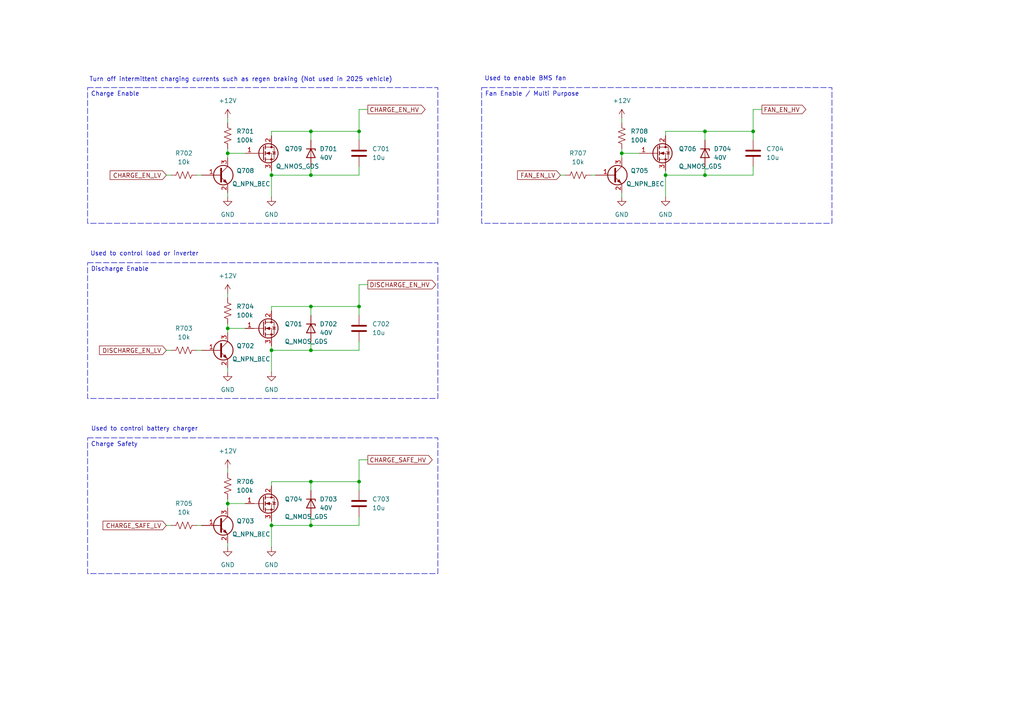
<source format=kicad_sch>
(kicad_sch (version 20231120) (generator "eeschema") (generator_version "8.0")
  (paper "A4")
  (title_block (date "2025-01-10") (rev "A") (company "FSAE LSU") (comment 1 "Jacob Parent ") (comment 2 "parent.jacob7@protonmail.com"))
  (lib_symbols
    (symbol "Device:C" (pin_numbers hide) (pin_names (offset 0.254))
      (property "Reference" "C" (at 0.635 2.54 0))
      (property "Value" "C" (at 0.635 -2.54 0))
      (symbol "C_0_1"
        (polyline (pts (xy -2.032 -0.762) (xy 2.032 -0.762)) (stroke (width 0.508)))
        (polyline (pts (xy -2.032 0.762) (xy 2.032 0.762)) (stroke (width 0.508)))
      )
      (symbol "C_1_1"
        (pin passive line (at 0 3.81 270) (length 2.794) (name "~") (number "1"))
        (pin passive line (at 0 -3.81 90) (length 2.794) (name "~") (number "2"))
      )
    )
    (symbol "Device:D_Zener" (pin_numbers hide) (pin_names (offset 1.016) hide)
      (property "Reference" "D" (at 0 2.54 0))
      (property "Value" "D_Zener" (at 0 -2.54 0))
      (symbol "D_Zener_0_1"
        (polyline (pts (xy 1.27 0) (xy -1.27 0)))
        (polyline (pts (xy -1.27 -1.27) (xy -1.27 1.27) (xy -0.762 1.27)) (stroke (width 0.254)))
        (polyline (pts (xy 1.27 -1.27) (xy 1.27 1.27) (xy -1.27 0) (xy 1.27 -1.27)) (stroke (width 0.254)))
      )
      (symbol "D_Zener_1_1"
        (pin passive line (at -3.81 0 0) (length 2.54) (name "K") (number "1"))
        (pin passive line (at 3.81 0 180) (length 2.54) (name "A") (number "2"))
      )
    )
    (symbol "Device:Q_NMOS_GDS" (pin_names (offset 0) hide)
      (property "Reference" "Q" (at 5.08 1.27 0))
      (property "Value" "Q_NMOS_GDS" (at 5.08 -1.27 0))
      (symbol "Q_NMOS_GDS_0_1"
        (polyline (pts (xy 0.254 0) (xy -2.54 0)))
        (polyline (pts (xy 0.254 1.905) (xy 0.254 -1.905)) (stroke (width 0.254)))
        (polyline (pts (xy 0.762 -1.27) (xy 0.762 -2.286)) (stroke (width 0.254)))
        (polyline (pts (xy 0.762 0.508) (xy 0.762 -0.508)) (stroke (width 0.254)))
        (polyline (pts (xy 0.762 2.286) (xy 0.762 1.27)) (stroke (width 0.254)))
        (polyline (pts (xy 2.54 2.54) (xy 2.54 1.778)))
        (polyline (pts (xy 2.54 -2.54) (xy 2.54 0) (xy 0.762 0)))
        (polyline (pts (xy 0.762 -1.778) (xy 3.302 -1.778) (xy 3.302 1.778) (xy 0.762 1.778)))
        (polyline (pts (xy 1.016 0) (xy 2.032 0.381) (xy 2.032 -0.381) (xy 1.016 0)) (fill (type outline)))
        (polyline (pts (xy 2.794 0.508) (xy 2.921 0.381) (xy 3.683 0.381) (xy 3.81 0.254)))
        (polyline (pts (xy 3.302 0.381) (xy 2.921 -0.254) (xy 3.683 -0.254) (xy 3.302 0.381)))
        (circle (center 1.651 0) (radius 2.794) (stroke (width 0.254)))
        (circle (center 2.54 -1.778) (radius 0.254) (fill (type outline)))
        (circle (center 2.54 1.778) (radius 0.254) (fill (type outline)))
      )
      (symbol "Q_NMOS_GDS_1_1"
        (pin input line (at -5.08 0 0) (length 2.54) (name "G") (number "1"))
        (pin passive line (at 2.54 5.08 270) (length 2.54) (name "D") (number "2"))
        (pin passive line (at 2.54 -5.08 90) (length 2.54) (name "S") (number "3"))
      )
    )
    (symbol "Device:Q_NPN_BEC" (pin_names (offset 0) hide)
      (property "Reference" "Q" (at 5.08 1.27 0))
      (property "Value" "Q_NPN_BEC" (at 5.08 -1.27 0))
      (symbol "Q_NPN_BEC_0_1"
        (polyline (pts (xy 0.635 0.635) (xy 2.54 2.54)))
        (polyline (pts (xy 0.635 -0.635) (xy 2.54 -2.54) (xy 2.54 -2.54)))
        (polyline (pts (xy 0.635 1.905) (xy 0.635 -1.905) (xy 0.635 -1.905)) (stroke (width 0.508)))
        (polyline (pts (xy 1.27 -1.778) (xy 1.778 -1.27) (xy 2.286 -2.286) (xy 1.27 -1.778) (xy 1.27 -1.778)) (fill (type outline)))
        (circle (center 1.27 0) (radius 2.8194) (stroke (width 0.254)))
      )
      (symbol "Q_NPN_BEC_1_1"
        (pin input line (at -5.08 0 0) (length 5.715) (name "B") (number "1"))
        (pin passive line (at 2.54 -5.08 90) (length 2.54) (name "E") (number "2"))
        (pin passive line (at 2.54 5.08 270) (length 2.54) (name "C") (number "3"))
      )
    )
    (symbol "Device:R_US" (pin_numbers hide) (pin_names (offset 0))
      (property "Reference" "R" (at 2.54 0 90))
      (property "Value" "R_US" (at -2.54 0 90))
      (symbol "R_US_0_1"
        (polyline (pts (xy 0 -2.286) (xy 0 -2.54)))
        (polyline (pts (xy 0 2.286) (xy 0 2.54)))
        (polyline (pts (xy 0 -0.762) (xy 1.016 -1.143) (xy 0 -1.524) (xy -1.016 -1.905) (xy 0 -2.286)))
        (polyline (pts (xy 0 0.762) (xy 1.016 0.381) (xy 0 0) (xy -1.016 -0.381) (xy 0 -0.762)))
        (polyline (pts (xy 0 2.286) (xy 1.016 1.905) (xy 0 1.524) (xy -1.016 1.143) (xy 0 0.762)))
      )
      (symbol "R_US_1_1"
        (pin passive line (at 0 3.81 270) (length 1.27) (name "~") (number "1"))
        (pin passive line (at 0 -3.81 90) (length 1.27) (name "~") (number "2"))
      )
    )
    (symbol "power:+12V" (power) (pin_numbers hide) (pin_names (offset 0) hide)
      (property "Value" "+12V" (at 0 3.556 0))
      (symbol "+12V_0_1"
        (polyline (pts (xy -0.762 1.27) (xy 0 2.54)))
        (polyline (pts (xy 0 0) (xy 0 2.54)))
        (polyline (pts (xy 0 2.54) (xy 0.762 1.27)))
      )
      (symbol "+12V_1_1"
        (pin power_in line (at 0 0 90) (length 0) (name "~") (number "1"))
      )
    )
    (symbol "power:GND" (power) (pin_numbers hide) (pin_names (offset 0) hide)
      (property "Value" "GND" (at 0 -3.81 0))
      (symbol "GND_0_1"
        (polyline (pts (xy 0 0) (xy 0 -1.27) (xy 1.27 -1.27) (xy 0 -2.54) (xy -1.27 -1.27) (xy 0 -1.27)))
      )
      (symbol "GND_1_1"
        (pin power_in line (at 0 0 270) (length 0) (name "~") (number "1"))
      )
    )
  )
  (junction (at 204.47 38.1))
  (junction (at 90.17 139.7))
  (junction (at 90.17 50.8))
  (junction (at 66.04 44.45))
  (junction (at 104.14 88.9))
  (junction (at 66.04 95.25))
  (junction (at 90.17 152.4))
  (junction (at 78.74 101.6))
  (junction (at 78.74 50.8))
  (junction (at 193.04 50.8))
  (junction (at 104.14 139.7))
  (junction (at 90.17 38.1))
  (junction (at 90.17 88.9))
  (junction (at 104.14 38.1))
  (junction (at 180.34 44.45))
  (junction (at 204.47 50.8))
  (junction (at 218.44 38.1))
  (junction (at 78.74 152.4))
  (junction (at 90.17 101.6))
  (junction (at 66.04 146.05))
  (wire (pts (xy 104.14 82.55) (xy 106.68 82.55)))
  (wire (pts (xy 57.15 50.8) (xy 58.42 50.8)))
  (wire (pts (xy 57.15 101.6) (xy 58.42 101.6)))
  (wire (pts (xy 48.26 152.4) (xy 49.53 152.4)))
  (wire (pts (xy 104.14 31.75) (xy 104.14 38.1)))
  (wire (pts (xy 90.17 101.6) (xy 104.14 101.6)))
  (wire (pts (xy 104.14 139.7) (xy 104.14 142.24)))
  (wire (pts (xy 66.04 144.78) (xy 66.04 146.05)))
  (wire (pts (xy 193.04 39.37) (xy 193.04 38.1)))
  (wire (pts (xy 218.44 31.75) (xy 220.98 31.75)))
  (wire (pts (xy 104.14 31.75) (xy 106.68 31.75)))
  (wire (pts (xy 90.17 38.1) (xy 104.14 38.1)))
  (wire (pts (xy 66.04 95.25) (xy 66.04 96.52)))
  (wire (pts (xy 78.74 50.8) (xy 90.17 50.8)))
  (wire (pts (xy 48.26 101.6) (xy 49.53 101.6)))
  (wire (pts (xy 66.04 85.09) (xy 66.04 86.36)))
  (wire (pts (xy 78.74 101.6) (xy 90.17 101.6)))
  (wire (pts (xy 193.04 50.8) (xy 193.04 57.15)))
  (wire (pts (xy 66.04 34.29) (xy 66.04 35.56)))
  (wire (pts (xy 204.47 38.1) (xy 204.47 40.64)))
  (wire (pts (xy 104.14 82.55) (xy 104.14 88.9)))
  (wire (pts (xy 90.17 139.7) (xy 90.17 142.24)))
  (wire (pts (xy 66.04 44.45) (xy 66.04 45.72)))
  (wire (pts (xy 66.04 135.89) (xy 66.04 137.16)))
  (wire (pts (xy 78.74 152.4) (xy 78.74 158.75)))
  (wire (pts (xy 48.26 50.8) (xy 49.53 50.8)))
  (wire (pts (xy 171.45 50.8) (xy 172.72 50.8)))
  (wire (pts (xy 90.17 50.8) (xy 90.17 48.26)))
  (wire (pts (xy 66.04 95.25) (xy 71.12 95.25)))
  (wire (pts (xy 90.17 88.9) (xy 104.14 88.9)))
  (wire (pts (xy 78.74 50.8) (xy 78.74 57.15)))
  (wire (pts (xy 90.17 50.8) (xy 104.14 50.8)))
  (wire (pts (xy 180.34 34.29) (xy 180.34 35.56)))
  (wire (pts (xy 78.74 88.9) (xy 90.17 88.9)))
  (wire (pts (xy 90.17 101.6) (xy 90.17 99.06)))
  (wire (pts (xy 180.34 55.88) (xy 180.34 57.15)))
  (wire (pts (xy 104.14 38.1) (xy 104.14 40.64)))
  (wire (pts (xy 218.44 31.75) (xy 218.44 38.1)))
  (wire (pts (xy 204.47 50.8) (xy 218.44 50.8)))
  (wire (pts (xy 78.74 100.33) (xy 78.74 101.6)))
  (wire (pts (xy 57.15 152.4) (xy 58.42 152.4)))
  (wire (pts (xy 90.17 139.7) (xy 104.14 139.7)))
  (wire (pts (xy 162.56 50.8) (xy 163.83 50.8)))
  (wire (pts (xy 78.74 140.97) (xy 78.74 139.7)))
  (wire (pts (xy 66.04 93.98) (xy 66.04 95.25)))
  (wire (pts (xy 90.17 38.1) (xy 90.17 40.64)))
  (wire (pts (xy 78.74 90.17) (xy 78.74 88.9)))
  (wire (pts (xy 90.17 152.4) (xy 104.14 152.4)))
  (wire (pts (xy 180.34 43.18) (xy 180.34 44.45)))
  (wire (pts (xy 193.04 49.53) (xy 193.04 50.8)))
  (wire (pts (xy 66.04 43.18) (xy 66.04 44.45)))
  (wire (pts (xy 78.74 151.13) (xy 78.74 152.4)))
  (wire (pts (xy 104.14 133.35) (xy 106.68 133.35)))
  (wire (pts (xy 104.14 88.9) (xy 104.14 91.44)))
  (wire (pts (xy 90.17 152.4) (xy 90.17 149.86)))
  (wire (pts (xy 66.04 106.68) (xy 66.04 107.95)))
  (wire (pts (xy 78.74 39.37) (xy 78.74 38.1)))
  (wire (pts (xy 66.04 146.05) (xy 66.04 147.32)))
  (wire (pts (xy 78.74 152.4) (xy 90.17 152.4)))
  (wire (pts (xy 104.14 133.35) (xy 104.14 139.7)))
  (wire (pts (xy 204.47 38.1) (xy 218.44 38.1)))
  (wire (pts (xy 180.34 44.45) (xy 185.42 44.45)))
  (wire (pts (xy 104.14 152.4) (xy 104.14 149.86)))
  (wire (pts (xy 193.04 38.1) (xy 204.47 38.1)))
  (wire (pts (xy 90.17 88.9) (xy 90.17 91.44)))
  (wire (pts (xy 104.14 101.6) (xy 104.14 99.06)))
  (wire (pts (xy 218.44 50.8) (xy 218.44 48.26)))
  (wire (pts (xy 66.04 55.88) (xy 66.04 57.15)))
  (wire (pts (xy 66.04 146.05) (xy 71.12 146.05)))
  (wire (pts (xy 180.34 44.45) (xy 180.34 45.72)))
  (wire (pts (xy 66.04 44.45) (xy 71.12 44.45)))
  (wire (pts (xy 78.74 139.7) (xy 90.17 139.7)))
  (wire (pts (xy 193.04 50.8) (xy 204.47 50.8)))
  (wire (pts (xy 218.44 38.1) (xy 218.44 40.64)))
  (wire (pts (xy 204.47 50.8) (xy 204.47 48.26)))
  (wire (pts (xy 78.74 38.1) (xy 90.17 38.1)))
  (wire (pts (xy 78.74 101.6) (xy 78.74 107.95)))
  (wire (pts (xy 104.14 50.8) (xy 104.14 48.26)))
  (wire (pts (xy 78.74 49.53) (xy 78.74 50.8)))
  (wire (pts (xy 66.04 157.48) (xy 66.04 158.75)))
  (text_box "Charge Safety" (at 25.4 127 0) (size 101.6 39.37) (stroke (width 0) (type dash)) (effects (font (size 1.27 1.27)) (justify left top)))
  (text_box "Fan Enable / Multi Purpose " (at 139.7 25.4 0) (size 101.6 39.37) (stroke (width 0) (type dash)) (effects (font (size 1.27 1.27)) (justify left top)))
  (text_box "Discharge Enable\n" (at 25.4 76.2 0) (size 101.6 39.37) (stroke (width 0) (type dash)) (effects (font (size 1.27 1.27)) (justify left top)))
  (text_box "Charge Enable\n" (at 25.4 25.4 0) (size 101.6 39.37) (stroke (width 0) (type dash)) (effects (font (size 1.27 1.27)) (justify left top)))
  (text "Turn off intermittent charging currents such as regen braking (Not used in 2025 vehicle)\n\n" (at 69.85 24.13 0) (effects (font (size 1.27 1.27))))
  (text "Used to control load or inverter\n" (at 41.91 73.66 0) (effects (font (size 1.27 1.27))))
  (text "Used to control battery charger\n" (at 41.91 124.46 0) (effects (font (size 1.27 1.27))))
  (text "Used to enable BMS fan" (at 152.4 22.86 0) (effects (font (size 1.27 1.27))))
  (global_label "CHARGE_EN_LV" (shape input) (at 48.26 50.8 180) (property "Intersheetrefs" "${INTERSHEET_REFS}" (effects (hide yes))))
  (global_label "FAN_EN_LV" (shape input) (at 162.56 50.8 180) (property "Intersheetrefs" "${INTERSHEET_REFS}" (effects (hide yes))))
  (global_label "FAN_EN_HV" (shape output) (at 220.98 31.75 0) (property "Intersheetrefs" "${INTERSHEET_REFS}" (effects (hide yes))))
  (global_label "DISCHARGE_EN_LV" (shape input) (at 48.26 101.6 180) (property "Intersheetrefs" "${INTERSHEET_REFS}" (effects (hide yes))))
  (global_label "DISCHARGE_EN_HV" (shape output) (at 106.68 82.55 0) (property "Intersheetrefs" "${INTERSHEET_REFS}" (effects (hide yes))))
  (global_label "CHARGE_SAFE_LV" (shape input) (at 48.26 152.4 180) (property "Intersheetrefs" "${INTERSHEET_REFS}" (effects (hide yes))))
  (global_label "CHARGE_SAFE_HV" (shape output) (at 106.68 133.35 0) (property "Intersheetrefs" "${INTERSHEET_REFS}" (effects (hide yes))))
  (global_label "CHARGE_EN_HV" (shape output) (at 106.68 31.75 0) (property "Intersheetrefs" "${INTERSHEET_REFS}" (effects (hide yes))))
  (symbol (lib_id "Device:C") (at 218.44 44.45 0) (unit 1)
    (property "Reference" "C704" (at 222.25 43.1799 0) (effects (justify left)))
    (property "Value" "10u" (at 222.25 45.7199 0) (effects (justify left)))
    (property "Footprint" "Capacitor_SMD:C_0603_1608Metric" (effects (hide yes)))
    (property "Description" "Unpolarized capacitor" (effects (hide yes)))
  )
  (symbol (lib_id "power:GND") (at 78.74 57.15 0) (unit 1)
    (property "Reference" "#PWR0701" (effects (hide yes)))
    (property "Value" "GND" (at 78.74 62.23 0))
    (property "Description" "Power symbol creates a global label with name \"GND\" , ground" (effects (hide yes)))
  )
  (symbol (lib_id "Device:R_US") (at 180.34 39.37 0) (unit 1)
    (property "Reference" "R708" (at 182.88 38.0999 0) (effects (justify left)))
    (property "Value" "100k" (at 182.88 40.6399 0) (effects (justify left)))
    (property "Footprint" "Resistor_SMD:R_0402_1005Metric" (effects (hide yes)))
    (property "Description" "Resistor, US symbol" (effects (hide yes)))
  )
  (symbol (lib_id "Device:R_US") (at 53.34 152.4 90) (unit 1)
    (property "Reference" "R705" (at 53.34 146.05 90))
    (property "Value" "10k" (at 53.34 148.59 90))
    (property "Footprint" "Resistor_SMD:R_0402_1005Metric" (effects (hide yes)))
    (property "Description" "Resistor, US symbol" (effects (hide yes)))
  )
  (symbol (lib_id "Device:Q_NMOS_GDS") (at 190.5 44.45 0) (unit 1)
    (property "Reference" "Q706" (at 196.85 43.1799 0) (effects (justify left)))
    (property "Value" "Q_NMOS_GDS" (at 196.85 48.26 0) (effects (justify left)))
    (property "Footprint" "Package_TO_SOT_SMD:TO-263-2" (effects (hide yes)))
    (property "Description" "N-MOSFET transistor, gate/drain/source" (effects (hide yes)))
    (property "Manufacturer_Part_Number" "IRF3205STRLPBF" (effects (hide yes)))
  )
  (symbol (lib_id "Device:R_US") (at 167.64 50.8 90) (unit 1)
    (property "Reference" "R707" (at 167.64 44.45 90))
    (property "Value" "10k" (at 167.64 46.99 90))
    (property "Footprint" "Resistor_SMD:R_0402_1005Metric" (effects (hide yes)))
    (property "Description" "Resistor, US symbol" (effects (hide yes)))
  )
  (symbol (lib_id "Device:Q_NPN_BEC") (at 63.5 152.4 0) (unit 1)
    (property "Reference" "Q703" (at 68.58 151.1299 0) (effects (justify left)))
    (property "Value" "Q_NPN_BEC" (at 67.31 154.94 0) (effects (justify left)))
    (property "Footprint" "Package_TO_SOT_SMD:SOT-23" (effects (hide yes)))
    (property "Description" "NPN transistor, base/emitter/collector" (effects (hide yes)))
    (property "Manufacturer_Part_Number" "MMBT3904" (effects (hide yes)))
  )
  (symbol (lib_id "Device:C") (at 104.14 44.45 0) (unit 1)
    (property "Reference" "C701" (at 107.95 43.1799 0) (effects (justify left)))
    (property "Value" "10u" (at 107.95 45.7199 0) (effects (justify left)))
    (property "Footprint" "Capacitor_SMD:C_0603_1608Metric" (effects (hide yes)))
    (property "Description" "Unpolarized capacitor" (effects (hide yes)))
  )
  (symbol (lib_id "Device:D_Zener") (at 204.47 44.45 270) (unit 1)
    (property "Reference" "D704" (at 207.01 43.1799 90) (effects (justify left)))
    (property "Value" "40V" (at 207.01 45.7199 90) (effects (justify left)))
    (property "Footprint" "Diode_SMD:D_SOD-123" (effects (hide yes)))
    (property "Description" "Zener diode" (effects (hide yes)))
    (property "Manufacturer_Part_Number" " BZT52C30" (effects (hide yes)))
  )
  (symbol (lib_id "power:GND") (at 180.34 57.15 0) (unit 1)
    (property "Reference" "#PWR0711" (effects (hide yes)))
    (property "Value" "GND" (at 180.34 62.23 0))
    (property "Description" "Power symbol creates a global label with name \"GND\" , ground" (effects (hide yes)))
  )
  (symbol (lib_id "Device:R_US") (at 66.04 39.37 0) (unit 1)
    (property "Reference" "R701" (at 68.58 38.0999 0) (effects (justify left)))
    (property "Value" "100k" (at 68.58 40.6399 0) (effects (justify left)))
    (property "Footprint" "Resistor_SMD:R_0402_1005Metric" (effects (hide yes)))
    (property "Description" "Resistor, US symbol" (effects (hide yes)))
  )
  (symbol (lib_id "power:+12V") (at 66.04 135.89 0) (unit 1)
    (property "Reference" "#PWR0707" (effects (hide yes)))
    (property "Value" "+12V" (at 66.04 130.81 0))
    (property "Description" "Power symbol creates a global label with name \"+12V\"" (effects (hide yes)))
  )
  (symbol (lib_id "Device:D_Zener") (at 90.17 95.25 270) (unit 1)
    (property "Reference" "D702" (at 92.71 93.9799 90) (effects (justify left)))
    (property "Value" "40V" (at 92.71 96.5199 90) (effects (justify left)))
    (property "Footprint" "Diode_SMD:D_SOD-123" (effects (hide yes)))
    (property "Description" "Zener diode" (effects (hide yes)))
    (property "Manufacturer_Part_Number" " BZT52C30" (effects (hide yes)))
  )
  (symbol (lib_id "Device:Q_NMOS_GDS") (at 76.2 146.05 0) (unit 1)
    (property "Reference" "Q704" (at 82.55 144.7799 0) (effects (justify left)))
    (property "Value" "Q_NMOS_GDS" (at 82.55 149.86 0) (effects (justify left)))
    (property "Footprint" "Package_TO_SOT_SMD:TO-263-2" (effects (hide yes)))
    (property "Description" "N-MOSFET transistor, gate/drain/source" (effects (hide yes)))
    (property "Manufacturer_Part_Number" "IRF3205STRLPBF" (effects (hide yes)))
  )
  (symbol (lib_id "Device:Q_NPN_BEC") (at 63.5 50.8 0) (unit 1)
    (property "Reference" "Q708" (at 68.58 49.5299 0) (effects (justify left)))
    (property "Value" "Q_NPN_BEC" (at 67.31 53.34 0) (effects (justify left)))
    (property "Footprint" "Package_TO_SOT_SMD:SOT-23" (effects (hide yes)))
    (property "Description" "NPN transistor, base/emitter/collector" (effects (hide yes)))
    (property "Manufacturer_Part_Number" "MMBT3904" (effects (hide yes)))
  )
  (symbol (lib_id "Device:R_US") (at 66.04 90.17 0) (unit 1)
    (property "Reference" "R704" (at 68.58 88.8999 0) (effects (justify left)))
    (property "Value" "100k" (at 68.58 91.4399 0) (effects (justify left)))
    (property "Footprint" "Resistor_SMD:R_0402_1005Metric" (effects (hide yes)))
    (property "Description" "Resistor, US symbol" (effects (hide yes)))
  )
  (symbol (lib_id "power:GND") (at 66.04 107.95 0) (unit 1)
    (property "Reference" "#PWR0705" (effects (hide yes)))
    (property "Value" "GND" (at 66.04 113.03 0))
    (property "Description" "Power symbol creates a global label with name \"GND\" , ground" (effects (hide yes)))
  )
  (symbol (lib_id "Device:R_US") (at 53.34 50.8 90) (unit 1)
    (property "Reference" "R702" (at 53.34 44.45 90))
    (property "Value" "10k" (at 53.34 46.99 90))
    (property "Footprint" "Resistor_SMD:R_0402_1005Metric" (effects (hide yes)))
    (property "Description" "Resistor, US symbol" (effects (hide yes)))
  )
  (symbol (lib_id "Device:R_US") (at 53.34 101.6 90) (unit 1)
    (property "Reference" "R703" (at 53.34 95.25 90))
    (property "Value" "10k" (at 53.34 97.79 90))
    (property "Footprint" "Resistor_SMD:R_0402_1005Metric" (effects (hide yes)))
    (property "Description" "Resistor, US symbol" (effects (hide yes)))
  )
  (symbol (lib_id "power:GND") (at 66.04 57.15 0) (unit 1)
    (property "Reference" "#PWR0702" (effects (hide yes)))
    (property "Value" "GND" (at 66.04 62.23 0))
    (property "Description" "Power symbol creates a global label with name \"GND\" , ground" (effects (hide yes)))
  )
  (symbol (lib_id "power:GND") (at 193.04 57.15 0) (unit 1)
    (property "Reference" "#PWR0712" (effects (hide yes)))
    (property "Value" "GND" (at 193.04 62.23 0))
    (property "Description" "Power symbol creates a global label with name \"GND\" , ground" (effects (hide yes)))
  )
  (symbol (lib_id "Device:R_US") (at 66.04 140.97 0) (unit 1)
    (property "Reference" "R706" (at 68.58 139.6999 0) (effects (justify left)))
    (property "Value" "100k" (at 68.58 142.2399 0) (effects (justify left)))
    (property "Footprint" "Resistor_SMD:R_0402_1005Metric" (effects (hide yes)))
    (property "Description" "Resistor, US symbol" (effects (hide yes)))
  )
  (symbol (lib_id "Device:C") (at 104.14 146.05 0) (unit 1)
    (property "Reference" "C703" (at 107.95 144.7799 0) (effects (justify left)))
    (property "Value" "10u" (at 107.95 147.3199 0) (effects (justify left)))
    (property "Footprint" "Capacitor_SMD:C_0603_1608Metric" (effects (hide yes)))
    (property "Description" "Unpolarized capacitor" (effects (hide yes)))
  )
  (symbol (lib_id "power:GND") (at 78.74 158.75 0) (unit 1)
    (property "Reference" "#PWR0709" (effects (hide yes)))
    (property "Value" "GND" (at 78.74 163.83 0))
    (property "Description" "Power symbol creates a global label with name \"GND\" , ground" (effects (hide yes)))
  )
  (symbol (lib_id "Device:Q_NMOS_GDS") (at 76.2 44.45 0) (unit 1)
    (property "Reference" "Q709" (at 82.55 43.1799 0) (effects (justify left)))
    (property "Value" "Q_NMOS_GDS" (at 80.01 48.26 0) (effects (justify left)))
    (property "Footprint" "Package_TO_SOT_SMD:TO-263-2" (effects (hide yes)))
    (property "Description" "N-MOSFET transistor, gate/drain/source" (effects (hide yes)))
    (property "Manufacturer_Part_Number" "IRF3205STRLPBF" (effects (hide yes)))
  )
  (symbol (lib_id "Device:D_Zener") (at 90.17 146.05 270) (unit 1)
    (property "Reference" "D703" (at 92.71 144.7799 90) (effects (justify left)))
    (property "Value" "40V" (at 92.71 147.3199 90) (effects (justify left)))
    (property "Footprint" "Diode_SMD:D_SOD-123" (effects (hide yes)))
    (property "Description" "Zener diode" (effects (hide yes)))
    (property "Manufacturer_Part_Number" " BZT52C30" (effects (hide yes)))
  )
  (symbol (lib_id "Device:Q_NPN_BEC") (at 177.8 50.8 0) (unit 1)
    (property "Reference" "Q705" (at 182.88 49.5299 0) (effects (justify left)))
    (property "Value" "Q_NPN_BEC" (at 181.61 53.34 0) (effects (justify left)))
    (property "Footprint" "Package_TO_SOT_SMD:SOT-23" (effects (hide yes)))
    (property "Description" "NPN transistor, base/emitter/collector" (effects (hide yes)))
    (property "Manufacturer_Part_Number" "MMBT3904" (effects (hide yes)))
  )
  (symbol (lib_id "power:+12V") (at 66.04 85.09 0) (unit 1)
    (property "Reference" "#PWR0704" (effects (hide yes)))
    (property "Value" "+12V" (at 66.04 80.01 0))
    (property "Description" "Power symbol creates a global label with name \"+12V\"" (effects (hide yes)))
  )
  (symbol (lib_id "Device:C") (at 104.14 95.25 0) (unit 1)
    (property "Reference" "C702" (at 107.95 93.9799 0) (effects (justify left)))
    (property "Value" "10u" (at 107.95 96.5199 0) (effects (justify left)))
    (property "Footprint" "Capacitor_SMD:C_0603_1608Metric" (effects (hide yes)))
    (property "Description" "Unpolarized capacitor" (effects (hide yes)))
  )
  (symbol (lib_id "Device:Q_NMOS_GDS") (at 76.2 95.25 0) (unit 1)
    (property "Reference" "Q701" (at 82.55 93.9799 0) (effects (justify left)))
    (property "Value" "Q_NMOS_GDS" (at 82.55 99.06 0) (effects (justify left)))
    (property "Footprint" "Package_TO_SOT_SMD:TO-263-2" (effects (hide yes)))
    (property "Description" "N-MOSFET transistor, gate/drain/source" (effects (hide yes)))
    (property "Manufacturer_Part_Number" "IRF3205STRLPBF" (effects (hide yes)))
  )
  (symbol (lib_id "power:+12V") (at 66.04 34.29 0) (unit 1)
    (property "Reference" "#PWR0703" (effects (hide yes)))
    (property "Value" "+12V" (at 66.04 29.21 0))
    (property "Description" "Power symbol creates a global label with name \"+12V\"" (effects (hide yes)))
  )
  (symbol (lib_id "power:+12V") (at 180.34 34.29 0) (unit 1)
    (property "Reference" "#PWR0710" (effects (hide yes)))
    (property "Value" "+12V" (at 180.34 29.21 0))
    (property "Description" "Power symbol creates a global label with name \"+12V\"" (effects (hide yes)))
  )
  (symbol (lib_id "power:GND") (at 66.04 158.75 0) (unit 1)
    (property "Reference" "#PWR0708" (effects (hide yes)))
    (property "Value" "GND" (at 66.04 163.83 0))
    (property "Description" "Power symbol creates a global label with name \"GND\" , ground" (effects (hide yes)))
  )
  (symbol (lib_id "power:GND") (at 78.74 107.95 0) (unit 1)
    (property "Reference" "#PWR0706" (effects (hide yes)))
    (property "Value" "GND" (at 78.74 113.03 0))
    (property "Description" "Power symbol creates a global label with name \"GND\" , ground" (effects (hide yes)))
  )
  (symbol (lib_id "Device:D_Zener") (at 90.17 44.45 270) (unit 1)
    (property "Reference" "D701" (at 92.71 43.1799 90) (effects (justify left)))
    (property "Value" "40V" (at 92.71 45.7199 90) (effects (justify left)))
    (property "Footprint" "Diode_SMD:D_SOD-123" (effects (hide yes)))
    (property "Description" "Zener diode" (effects (hide yes)))
    (property "Manufacturer_Part_Number" " BZT52C30" (effects (hide yes)))
  )
  (symbol (lib_id "Device:Q_NPN_BEC") (at 63.5 101.6 0) (unit 1)
    (property "Reference" "Q702" (at 68.58 100.3299 0) (effects (justify left)))
    (property "Value" "Q_NPN_BEC" (at 67.31 104.14 0) (effects (justify left)))
    (property "Footprint" "Package_TO_SOT_SMD:SOT-23" (effects (hide yes)))
    (property "Description" "NPN transistor, base/emitter/collector" (effects (hide yes)))
    (property "Manufacturer_Part_Number" "MMBT3904" (effects (hide yes)))
  )
)
</source>
